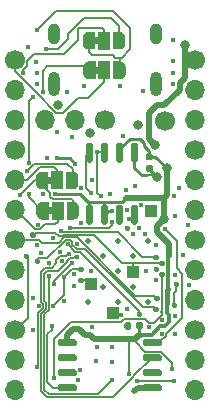
<source format=gbr>
%TF.GenerationSoftware,KiCad,Pcbnew,(5.1.6-0-10_14)*%
%TF.CreationDate,2022-02-28T20:49:00-06:00*%
%TF.ProjectId,Bonsai_C4,426f6e73-6169-45f4-9334-2e6b69636164,rev?*%
%TF.SameCoordinates,Original*%
%TF.FileFunction,Copper,L4,Bot*%
%TF.FilePolarity,Positive*%
%FSLAX46Y46*%
G04 Gerber Fmt 4.6, Leading zero omitted, Abs format (unit mm)*
G04 Created by KiCad (PCBNEW (5.1.6-0-10_14)) date 2022-02-28 20:49:00*
%MOMM*%
%LPD*%
G01*
G04 APERTURE LIST*
%TA.AperFunction,EtchedComponent*%
%ADD10C,0.100000*%
%TD*%
%TA.AperFunction,ComponentPad*%
%ADD11O,1.000000X2.100000*%
%TD*%
%TA.AperFunction,ComponentPad*%
%ADD12O,1.000000X1.800000*%
%TD*%
%TA.AperFunction,ViaPad*%
%ADD13C,0.500000*%
%TD*%
%TA.AperFunction,ViaPad*%
%ADD14C,0.400000*%
%TD*%
%TA.AperFunction,ComponentPad*%
%ADD15C,1.700000*%
%TD*%
%TA.AperFunction,ComponentPad*%
%ADD16O,1.700000X1.700000*%
%TD*%
%TA.AperFunction,SMDPad,CuDef*%
%ADD17C,0.100000*%
%TD*%
%TA.AperFunction,SMDPad,CuDef*%
%ADD18R,1.000000X1.500000*%
%TD*%
%TA.AperFunction,SMDPad,CuDef*%
%ADD19R,1.000000X1.000000*%
%TD*%
%TA.AperFunction,ViaPad*%
%ADD20C,0.800000*%
%TD*%
%TA.AperFunction,ViaPad*%
%ADD21C,0.450000*%
%TD*%
%TA.AperFunction,Conductor*%
%ADD22C,0.127000*%
%TD*%
%TA.AperFunction,Conductor*%
%ADD23C,0.220000*%
%TD*%
%TA.AperFunction,Conductor*%
%ADD24C,0.250000*%
%TD*%
%TA.AperFunction,Conductor*%
%ADD25C,0.500000*%
%TD*%
%TA.AperFunction,Conductor*%
%ADD26C,0.380000*%
%TD*%
%TA.AperFunction,Conductor*%
%ADD27C,0.450000*%
%TD*%
%TA.AperFunction,Conductor*%
%ADD28C,0.300000*%
%TD*%
G04 APERTURE END LIST*
D10*
%TO.C,JP4*%
G36*
X102710000Y-113050000D02*
G01*
X103210000Y-113050000D01*
X103210000Y-112450000D01*
X102710000Y-112450000D01*
X102710000Y-113050000D01*
G37*
%TO.C,JP3*%
G36*
X102670000Y-110480000D02*
G01*
X103170000Y-110480000D01*
X103170000Y-109880000D01*
X102670000Y-109880000D01*
X102670000Y-110480000D01*
G37*
%TO.C,JP1*%
G36*
X106629000Y-98643000D02*
G01*
X107129000Y-98643000D01*
X107129000Y-98043000D01*
X106629000Y-98043000D01*
X106629000Y-98643000D01*
G37*
%TO.C,JP2*%
G36*
X106673000Y-101153000D02*
G01*
X107173000Y-101153000D01*
X107173000Y-100553000D01*
X106673000Y-100553000D01*
X106673000Y-101153000D01*
G37*
%TD*%
D11*
%TO.P,J3,S*%
%TO.N,Net-(FB1-Pad1)*%
X111940000Y-101975000D03*
D12*
X111940000Y-97800000D03*
X103300000Y-97800000D03*
D11*
X103300000Y-101980000D03*
%TD*%
D13*
%TO.N,GND*%
%TO.C,U3*%
X106172000Y-120440000D03*
D14*
X106472000Y-117890000D03*
D13*
X106172000Y-115340000D03*
X107447000Y-119165000D03*
X107447000Y-116615000D03*
X108722000Y-120440000D03*
X108722000Y-117890000D03*
X108722000Y-115340000D03*
X109997000Y-119165000D03*
X109997000Y-116615000D03*
X111272000Y-120440000D03*
D14*
X111072000Y-117890000D03*
D13*
X111272000Y-115340000D03*
%TD*%
%TO.P,C13,2*%
%TO.N,GND*%
%TA.AperFunction,SMDPad,CuDef*%
G36*
G01*
X111197500Y-108860000D02*
X111542500Y-108860000D01*
G75*
G02*
X111690000Y-109007500I0J-147500D01*
G01*
X111690000Y-109302500D01*
G75*
G02*
X111542500Y-109450000I-147500J0D01*
G01*
X111197500Y-109450000D01*
G75*
G02*
X111050000Y-109302500I0J147500D01*
G01*
X111050000Y-109007500D01*
G75*
G02*
X111197500Y-108860000I147500J0D01*
G01*
G37*
%TD.AperFunction*%
%TO.P,C13,1*%
%TO.N,+3V3*%
%TA.AperFunction,SMDPad,CuDef*%
G36*
G01*
X111197500Y-107890000D02*
X111542500Y-107890000D01*
G75*
G02*
X111690000Y-108037500I0J-147500D01*
G01*
X111690000Y-108332500D01*
G75*
G02*
X111542500Y-108480000I-147500J0D01*
G01*
X111197500Y-108480000D01*
G75*
G02*
X111050000Y-108332500I0J147500D01*
G01*
X111050000Y-108037500D01*
G75*
G02*
X111197500Y-107890000I147500J0D01*
G01*
G37*
%TD.AperFunction*%
%TD*%
D15*
%TO.P,J4,1*%
%TO.N,/PD3*%
X100000000Y-100000000D03*
D16*
%TO.P,J4,2*%
%TO.N,/PD2*%
X100000000Y-102540000D03*
%TO.P,J4,3*%
%TO.N,GND*%
X100000000Y-105080000D03*
%TO.P,J4,6*%
%TO.N,/PD0*%
X100000000Y-112700000D03*
%TO.P,J4,5*%
%TO.N,/PD1*%
X100000000Y-110160000D03*
D15*
%TO.P,J4,4*%
%TO.N,GND*%
X100000000Y-107620000D03*
%TO.P,J4,10*%
%TO.N,/B10*%
X100000000Y-122860000D03*
D16*
%TO.P,J4,8*%
%TO.N,/B8*%
X100000000Y-117780000D03*
D15*
%TO.P,J4,7*%
%TO.N,/A4*%
X100000000Y-115240000D03*
D16*
%TO.P,J4,11*%
%TO.N,/A8*%
X100000000Y-125400000D03*
%TO.P,J4,12*%
%TO.N,/B0*%
X100000000Y-127940000D03*
%TO.P,J4,9*%
%TO.N,/A3*%
X100000000Y-120320000D03*
%TD*%
D15*
%TO.P,J5,1*%
%TO.N,+5V*%
X115240000Y-100000000D03*
D16*
%TO.P,J5,2*%
%TO.N,GND*%
X115240000Y-102540000D03*
%TO.P,J5,3*%
%TO.N,/DFU*%
X115240000Y-105080000D03*
%TO.P,J5,6*%
%TO.N,/A6*%
X115240000Y-112700000D03*
%TO.P,J5,5*%
%TO.N,/A7*%
X115240000Y-110160000D03*
D15*
%TO.P,J5,4*%
%TO.N,+3V3*%
X115240000Y-107620000D03*
%TO.P,J5,10*%
%TO.N,/B14*%
X115240000Y-122860000D03*
D16*
%TO.P,J5,8*%
%TO.N,/A1*%
X115240000Y-117780000D03*
D15*
%TO.P,J5,7*%
%TO.N,/A5*%
X115240000Y-115240000D03*
D16*
%TO.P,J5,11*%
%TO.N,/B15*%
X115240000Y-125400000D03*
%TO.P,J5,12*%
%TO.N,/B1*%
X115240000Y-127940000D03*
%TO.P,J5,9*%
%TO.N,/B13*%
X115240000Y-120320000D03*
%TD*%
%TO.P,J1,3*%
%TO.N,/D+*%
X102540000Y-105080000D03*
%TO.P,J1,2*%
%TO.N,/D-*%
X105080000Y-105080000D03*
D15*
%TO.P,J1,1*%
%TO.N,VBUS*%
X107620000Y-105080000D03*
%TD*%
%TO.P,J2,1*%
%TO.N,/A10_5V*%
X112680000Y-105120000D03*
%TD*%
%TA.AperFunction,SMDPad,CuDef*%
D17*
%TO.P,JP4,1*%
%TO.N,/B6*%
G36*
X102860000Y-113500000D02*
G01*
X102310000Y-113500000D01*
X102310000Y-113499398D01*
X102285466Y-113499398D01*
X102236635Y-113494588D01*
X102188510Y-113485016D01*
X102141555Y-113470772D01*
X102096222Y-113451995D01*
X102052949Y-113428864D01*
X102012150Y-113401604D01*
X101974221Y-113370476D01*
X101939524Y-113335779D01*
X101908396Y-113297850D01*
X101881136Y-113257051D01*
X101858005Y-113213778D01*
X101839228Y-113168445D01*
X101824984Y-113121490D01*
X101815412Y-113073365D01*
X101810602Y-113024534D01*
X101810602Y-113000000D01*
X101810000Y-113000000D01*
X101810000Y-112500000D01*
X101810602Y-112500000D01*
X101810602Y-112475466D01*
X101815412Y-112426635D01*
X101824984Y-112378510D01*
X101839228Y-112331555D01*
X101858005Y-112286222D01*
X101881136Y-112242949D01*
X101908396Y-112202150D01*
X101939524Y-112164221D01*
X101974221Y-112129524D01*
X102012150Y-112098396D01*
X102052949Y-112071136D01*
X102096222Y-112048005D01*
X102141555Y-112029228D01*
X102188510Y-112014984D01*
X102236635Y-112005412D01*
X102285466Y-112000602D01*
X102310000Y-112000602D01*
X102310000Y-112000000D01*
X102860000Y-112000000D01*
X102860000Y-113500000D01*
G37*
%TD.AperFunction*%
D18*
%TO.P,JP4,2*%
%TO.N,/PD0*%
X103610000Y-112750000D03*
%TA.AperFunction,SMDPad,CuDef*%
D17*
%TO.P,JP4,3*%
%TO.N,/B9*%
G36*
X104910000Y-112000602D02*
G01*
X104934534Y-112000602D01*
X104983365Y-112005412D01*
X105031490Y-112014984D01*
X105078445Y-112029228D01*
X105123778Y-112048005D01*
X105167051Y-112071136D01*
X105207850Y-112098396D01*
X105245779Y-112129524D01*
X105280476Y-112164221D01*
X105311604Y-112202150D01*
X105338864Y-112242949D01*
X105361995Y-112286222D01*
X105380772Y-112331555D01*
X105395016Y-112378510D01*
X105404588Y-112426635D01*
X105409398Y-112475466D01*
X105409398Y-112500000D01*
X105410000Y-112500000D01*
X105410000Y-113000000D01*
X105409398Y-113000000D01*
X105409398Y-113024534D01*
X105404588Y-113073365D01*
X105395016Y-113121490D01*
X105380772Y-113168445D01*
X105361995Y-113213778D01*
X105338864Y-113257051D01*
X105311604Y-113297850D01*
X105280476Y-113335779D01*
X105245779Y-113370476D01*
X105207850Y-113401604D01*
X105167051Y-113428864D01*
X105123778Y-113451995D01*
X105078445Y-113470772D01*
X105031490Y-113485016D01*
X104983365Y-113494588D01*
X104934534Y-113499398D01*
X104910000Y-113499398D01*
X104910000Y-113500000D01*
X104360000Y-113500000D01*
X104360000Y-112000000D01*
X104910000Y-112000000D01*
X104910000Y-112000602D01*
G37*
%TD.AperFunction*%
%TD*%
%TA.AperFunction,SMDPad,CuDef*%
%TO.P,JP3,1*%
%TO.N,/B9*%
G36*
X102820000Y-110930000D02*
G01*
X102270000Y-110930000D01*
X102270000Y-110929398D01*
X102245466Y-110929398D01*
X102196635Y-110924588D01*
X102148510Y-110915016D01*
X102101555Y-110900772D01*
X102056222Y-110881995D01*
X102012949Y-110858864D01*
X101972150Y-110831604D01*
X101934221Y-110800476D01*
X101899524Y-110765779D01*
X101868396Y-110727850D01*
X101841136Y-110687051D01*
X101818005Y-110643778D01*
X101799228Y-110598445D01*
X101784984Y-110551490D01*
X101775412Y-110503365D01*
X101770602Y-110454534D01*
X101770602Y-110430000D01*
X101770000Y-110430000D01*
X101770000Y-109930000D01*
X101770602Y-109930000D01*
X101770602Y-109905466D01*
X101775412Y-109856635D01*
X101784984Y-109808510D01*
X101799228Y-109761555D01*
X101818005Y-109716222D01*
X101841136Y-109672949D01*
X101868396Y-109632150D01*
X101899524Y-109594221D01*
X101934221Y-109559524D01*
X101972150Y-109528396D01*
X102012949Y-109501136D01*
X102056222Y-109478005D01*
X102101555Y-109459228D01*
X102148510Y-109444984D01*
X102196635Y-109435412D01*
X102245466Y-109430602D01*
X102270000Y-109430602D01*
X102270000Y-109430000D01*
X102820000Y-109430000D01*
X102820000Y-110930000D01*
G37*
%TD.AperFunction*%
D18*
%TO.P,JP3,2*%
%TO.N,/PD1*%
X103570000Y-110180000D03*
%TA.AperFunction,SMDPad,CuDef*%
D17*
%TO.P,JP3,3*%
%TO.N,/B6*%
G36*
X104870000Y-109430602D02*
G01*
X104894534Y-109430602D01*
X104943365Y-109435412D01*
X104991490Y-109444984D01*
X105038445Y-109459228D01*
X105083778Y-109478005D01*
X105127051Y-109501136D01*
X105167850Y-109528396D01*
X105205779Y-109559524D01*
X105240476Y-109594221D01*
X105271604Y-109632150D01*
X105298864Y-109672949D01*
X105321995Y-109716222D01*
X105340772Y-109761555D01*
X105355016Y-109808510D01*
X105364588Y-109856635D01*
X105369398Y-109905466D01*
X105369398Y-109930000D01*
X105370000Y-109930000D01*
X105370000Y-110430000D01*
X105369398Y-110430000D01*
X105369398Y-110454534D01*
X105364588Y-110503365D01*
X105355016Y-110551490D01*
X105340772Y-110598445D01*
X105321995Y-110643778D01*
X105298864Y-110687051D01*
X105271604Y-110727850D01*
X105240476Y-110765779D01*
X105205779Y-110800476D01*
X105167850Y-110831604D01*
X105127051Y-110858864D01*
X105083778Y-110881995D01*
X105038445Y-110900772D01*
X104991490Y-110915016D01*
X104943365Y-110924588D01*
X104894534Y-110929398D01*
X104870000Y-110929398D01*
X104870000Y-110930000D01*
X104320000Y-110930000D01*
X104320000Y-109430000D01*
X104870000Y-109430000D01*
X104870000Y-109430602D01*
G37*
%TD.AperFunction*%
%TD*%
D19*
%TO.P,J8,1*%
%TO.N,/VBUS_DET*%
X111500000Y-112730000D03*
%TD*%
%TA.AperFunction,SMDPad,CuDef*%
D17*
%TO.P,JP1,1*%
%TO.N,/A15*%
G36*
X106779000Y-99093000D02*
G01*
X106229000Y-99093000D01*
X106229000Y-99092398D01*
X106204466Y-99092398D01*
X106155635Y-99087588D01*
X106107510Y-99078016D01*
X106060555Y-99063772D01*
X106015222Y-99044995D01*
X105971949Y-99021864D01*
X105931150Y-98994604D01*
X105893221Y-98963476D01*
X105858524Y-98928779D01*
X105827396Y-98890850D01*
X105800136Y-98850051D01*
X105777005Y-98806778D01*
X105758228Y-98761445D01*
X105743984Y-98714490D01*
X105734412Y-98666365D01*
X105729602Y-98617534D01*
X105729602Y-98593000D01*
X105729000Y-98593000D01*
X105729000Y-98093000D01*
X105729602Y-98093000D01*
X105729602Y-98068466D01*
X105734412Y-98019635D01*
X105743984Y-97971510D01*
X105758228Y-97924555D01*
X105777005Y-97879222D01*
X105800136Y-97835949D01*
X105827396Y-97795150D01*
X105858524Y-97757221D01*
X105893221Y-97722524D01*
X105931150Y-97691396D01*
X105971949Y-97664136D01*
X106015222Y-97641005D01*
X106060555Y-97622228D01*
X106107510Y-97607984D01*
X106155635Y-97598412D01*
X106204466Y-97593602D01*
X106229000Y-97593602D01*
X106229000Y-97593000D01*
X106779000Y-97593000D01*
X106779000Y-99093000D01*
G37*
%TD.AperFunction*%
D18*
%TO.P,JP1,2*%
%TO.N,/PD2*%
X107529000Y-98343000D03*
%TA.AperFunction,SMDPad,CuDef*%
D17*
%TO.P,JP1,3*%
%TO.N,/B7*%
G36*
X108829000Y-97593602D02*
G01*
X108853534Y-97593602D01*
X108902365Y-97598412D01*
X108950490Y-97607984D01*
X108997445Y-97622228D01*
X109042778Y-97641005D01*
X109086051Y-97664136D01*
X109126850Y-97691396D01*
X109164779Y-97722524D01*
X109199476Y-97757221D01*
X109230604Y-97795150D01*
X109257864Y-97835949D01*
X109280995Y-97879222D01*
X109299772Y-97924555D01*
X109314016Y-97971510D01*
X109323588Y-98019635D01*
X109328398Y-98068466D01*
X109328398Y-98093000D01*
X109329000Y-98093000D01*
X109329000Y-98593000D01*
X109328398Y-98593000D01*
X109328398Y-98617534D01*
X109323588Y-98666365D01*
X109314016Y-98714490D01*
X109299772Y-98761445D01*
X109280995Y-98806778D01*
X109257864Y-98850051D01*
X109230604Y-98890850D01*
X109199476Y-98928779D01*
X109164779Y-98963476D01*
X109126850Y-98994604D01*
X109086051Y-99021864D01*
X109042778Y-99044995D01*
X108997445Y-99063772D01*
X108950490Y-99078016D01*
X108902365Y-99087588D01*
X108853534Y-99092398D01*
X108829000Y-99092398D01*
X108829000Y-99093000D01*
X108279000Y-99093000D01*
X108279000Y-97593000D01*
X108829000Y-97593000D01*
X108829000Y-97593602D01*
G37*
%TD.AperFunction*%
%TD*%
%TA.AperFunction,SMDPad,CuDef*%
%TO.P,JP2,1*%
%TO.N,/B7*%
G36*
X106823000Y-101603000D02*
G01*
X106273000Y-101603000D01*
X106273000Y-101602398D01*
X106248466Y-101602398D01*
X106199635Y-101597588D01*
X106151510Y-101588016D01*
X106104555Y-101573772D01*
X106059222Y-101554995D01*
X106015949Y-101531864D01*
X105975150Y-101504604D01*
X105937221Y-101473476D01*
X105902524Y-101438779D01*
X105871396Y-101400850D01*
X105844136Y-101360051D01*
X105821005Y-101316778D01*
X105802228Y-101271445D01*
X105787984Y-101224490D01*
X105778412Y-101176365D01*
X105773602Y-101127534D01*
X105773602Y-101103000D01*
X105773000Y-101103000D01*
X105773000Y-100603000D01*
X105773602Y-100603000D01*
X105773602Y-100578466D01*
X105778412Y-100529635D01*
X105787984Y-100481510D01*
X105802228Y-100434555D01*
X105821005Y-100389222D01*
X105844136Y-100345949D01*
X105871396Y-100305150D01*
X105902524Y-100267221D01*
X105937221Y-100232524D01*
X105975150Y-100201396D01*
X106015949Y-100174136D01*
X106059222Y-100151005D01*
X106104555Y-100132228D01*
X106151510Y-100117984D01*
X106199635Y-100108412D01*
X106248466Y-100103602D01*
X106273000Y-100103602D01*
X106273000Y-100103000D01*
X106823000Y-100103000D01*
X106823000Y-101603000D01*
G37*
%TD.AperFunction*%
D18*
%TO.P,JP2,2*%
%TO.N,/PD3*%
X107573000Y-100853000D03*
%TA.AperFunction,SMDPad,CuDef*%
D17*
%TO.P,JP2,3*%
%TO.N,/A15*%
G36*
X108873000Y-100103602D02*
G01*
X108897534Y-100103602D01*
X108946365Y-100108412D01*
X108994490Y-100117984D01*
X109041445Y-100132228D01*
X109086778Y-100151005D01*
X109130051Y-100174136D01*
X109170850Y-100201396D01*
X109208779Y-100232524D01*
X109243476Y-100267221D01*
X109274604Y-100305150D01*
X109301864Y-100345949D01*
X109324995Y-100389222D01*
X109343772Y-100434555D01*
X109358016Y-100481510D01*
X109367588Y-100529635D01*
X109372398Y-100578466D01*
X109372398Y-100603000D01*
X109373000Y-100603000D01*
X109373000Y-101103000D01*
X109372398Y-101103000D01*
X109372398Y-101127534D01*
X109367588Y-101176365D01*
X109358016Y-101224490D01*
X109343772Y-101271445D01*
X109324995Y-101316778D01*
X109301864Y-101360051D01*
X109274604Y-101400850D01*
X109243476Y-101438779D01*
X109208779Y-101473476D01*
X109170850Y-101504604D01*
X109130051Y-101531864D01*
X109086778Y-101554995D01*
X109041445Y-101573772D01*
X108994490Y-101588016D01*
X108946365Y-101597588D01*
X108897534Y-101602398D01*
X108873000Y-101602398D01*
X108873000Y-101603000D01*
X108323000Y-101603000D01*
X108323000Y-100103000D01*
X108873000Y-100103000D01*
X108873000Y-100103602D01*
G37*
%TD.AperFunction*%
%TD*%
%TO.P,U7,8*%
%TO.N,+3V3*%
%TA.AperFunction,SMDPad,CuDef*%
G36*
G01*
X106140000Y-112265000D02*
X106440000Y-112265000D01*
G75*
G02*
X106590000Y-112415000I0J-150000D01*
G01*
X106590000Y-113765000D01*
G75*
G02*
X106440000Y-113915000I-150000J0D01*
G01*
X106140000Y-113915000D01*
G75*
G02*
X105990000Y-113765000I0J150000D01*
G01*
X105990000Y-112415000D01*
G75*
G02*
X106140000Y-112265000I150000J0D01*
G01*
G37*
%TD.AperFunction*%
%TO.P,U7,7*%
%TA.AperFunction,SMDPad,CuDef*%
G36*
G01*
X107410000Y-112265000D02*
X107710000Y-112265000D01*
G75*
G02*
X107860000Y-112415000I0J-150000D01*
G01*
X107860000Y-113765000D01*
G75*
G02*
X107710000Y-113915000I-150000J0D01*
G01*
X107410000Y-113915000D01*
G75*
G02*
X107260000Y-113765000I0J150000D01*
G01*
X107260000Y-112415000D01*
G75*
G02*
X107410000Y-112265000I150000J0D01*
G01*
G37*
%TD.AperFunction*%
%TO.P,U7,6*%
%TO.N,/B3_SCK*%
%TA.AperFunction,SMDPad,CuDef*%
G36*
G01*
X108680000Y-112265000D02*
X108980000Y-112265000D01*
G75*
G02*
X109130000Y-112415000I0J-150000D01*
G01*
X109130000Y-113765000D01*
G75*
G02*
X108980000Y-113915000I-150000J0D01*
G01*
X108680000Y-113915000D01*
G75*
G02*
X108530000Y-113765000I0J150000D01*
G01*
X108530000Y-112415000D01*
G75*
G02*
X108680000Y-112265000I150000J0D01*
G01*
G37*
%TD.AperFunction*%
%TO.P,U7,5*%
%TO.N,/B5_MOSI*%
%TA.AperFunction,SMDPad,CuDef*%
G36*
G01*
X109950000Y-112265000D02*
X110250000Y-112265000D01*
G75*
G02*
X110400000Y-112415000I0J-150000D01*
G01*
X110400000Y-113765000D01*
G75*
G02*
X110250000Y-113915000I-150000J0D01*
G01*
X109950000Y-113915000D01*
G75*
G02*
X109800000Y-113765000I0J150000D01*
G01*
X109800000Y-112415000D01*
G75*
G02*
X109950000Y-112265000I150000J0D01*
G01*
G37*
%TD.AperFunction*%
%TO.P,U7,4*%
%TO.N,GND*%
%TA.AperFunction,SMDPad,CuDef*%
G36*
G01*
X109950000Y-107015000D02*
X110250000Y-107015000D01*
G75*
G02*
X110400000Y-107165000I0J-150000D01*
G01*
X110400000Y-108515000D01*
G75*
G02*
X110250000Y-108665000I-150000J0D01*
G01*
X109950000Y-108665000D01*
G75*
G02*
X109800000Y-108515000I0J150000D01*
G01*
X109800000Y-107165000D01*
G75*
G02*
X109950000Y-107015000I150000J0D01*
G01*
G37*
%TD.AperFunction*%
%TO.P,U7,3*%
%TO.N,+3V3*%
%TA.AperFunction,SMDPad,CuDef*%
G36*
G01*
X108680000Y-107015000D02*
X108980000Y-107015000D01*
G75*
G02*
X109130000Y-107165000I0J-150000D01*
G01*
X109130000Y-108515000D01*
G75*
G02*
X108980000Y-108665000I-150000J0D01*
G01*
X108680000Y-108665000D01*
G75*
G02*
X108530000Y-108515000I0J150000D01*
G01*
X108530000Y-107165000D01*
G75*
G02*
X108680000Y-107015000I150000J0D01*
G01*
G37*
%TD.AperFunction*%
%TO.P,U7,2*%
%TO.N,/B4_MISO*%
%TA.AperFunction,SMDPad,CuDef*%
G36*
G01*
X107410000Y-107015000D02*
X107710000Y-107015000D01*
G75*
G02*
X107860000Y-107165000I0J-150000D01*
G01*
X107860000Y-108515000D01*
G75*
G02*
X107710000Y-108665000I-150000J0D01*
G01*
X107410000Y-108665000D01*
G75*
G02*
X107260000Y-108515000I0J150000D01*
G01*
X107260000Y-107165000D01*
G75*
G02*
X107410000Y-107015000I150000J0D01*
G01*
G37*
%TD.AperFunction*%
%TO.P,U7,1*%
%TO.N,/A0_FRAM_CS*%
%TA.AperFunction,SMDPad,CuDef*%
G36*
G01*
X106140000Y-107015000D02*
X106440000Y-107015000D01*
G75*
G02*
X106590000Y-107165000I0J-150000D01*
G01*
X106590000Y-108515000D01*
G75*
G02*
X106440000Y-108665000I-150000J0D01*
G01*
X106140000Y-108665000D01*
G75*
G02*
X105990000Y-108515000I0J150000D01*
G01*
X105990000Y-107165000D01*
G75*
G02*
X106140000Y-107015000I150000J0D01*
G01*
G37*
%TD.AperFunction*%
%TD*%
%TO.P,U6,8*%
%TO.N,+3V3*%
%TA.AperFunction,SMDPad,CuDef*%
G36*
G01*
X105210000Y-123775000D02*
X105210000Y-124075000D01*
G75*
G02*
X105060000Y-124225000I-150000J0D01*
G01*
X103760000Y-124225000D01*
G75*
G02*
X103610000Y-124075000I0J150000D01*
G01*
X103610000Y-123775000D01*
G75*
G02*
X103760000Y-123625000I150000J0D01*
G01*
X105060000Y-123625000D01*
G75*
G02*
X105210000Y-123775000I0J-150000D01*
G01*
G37*
%TD.AperFunction*%
%TO.P,U6,7*%
%TO.N,Net-(U6-Pad7)*%
%TA.AperFunction,SMDPad,CuDef*%
G36*
G01*
X105210000Y-125045000D02*
X105210000Y-125345000D01*
G75*
G02*
X105060000Y-125495000I-150000J0D01*
G01*
X103760000Y-125495000D01*
G75*
G02*
X103610000Y-125345000I0J150000D01*
G01*
X103610000Y-125045000D01*
G75*
G02*
X103760000Y-124895000I150000J0D01*
G01*
X105060000Y-124895000D01*
G75*
G02*
X105210000Y-125045000I0J-150000D01*
G01*
G37*
%TD.AperFunction*%
%TO.P,U6,6*%
%TO.N,/B3_SCK*%
%TA.AperFunction,SMDPad,CuDef*%
G36*
G01*
X105210000Y-126315000D02*
X105210000Y-126615000D01*
G75*
G02*
X105060000Y-126765000I-150000J0D01*
G01*
X103760000Y-126765000D01*
G75*
G02*
X103610000Y-126615000I0J150000D01*
G01*
X103610000Y-126315000D01*
G75*
G02*
X103760000Y-126165000I150000J0D01*
G01*
X105060000Y-126165000D01*
G75*
G02*
X105210000Y-126315000I0J-150000D01*
G01*
G37*
%TD.AperFunction*%
%TO.P,U6,5*%
%TO.N,/B5_MOSI*%
%TA.AperFunction,SMDPad,CuDef*%
G36*
G01*
X105210000Y-127585000D02*
X105210000Y-127885000D01*
G75*
G02*
X105060000Y-128035000I-150000J0D01*
G01*
X103760000Y-128035000D01*
G75*
G02*
X103610000Y-127885000I0J150000D01*
G01*
X103610000Y-127585000D01*
G75*
G02*
X103760000Y-127435000I150000J0D01*
G01*
X105060000Y-127435000D01*
G75*
G02*
X105210000Y-127585000I0J-150000D01*
G01*
G37*
%TD.AperFunction*%
%TO.P,U6,4*%
%TO.N,GND*%
%TA.AperFunction,SMDPad,CuDef*%
G36*
G01*
X112410000Y-127585000D02*
X112410000Y-127885000D01*
G75*
G02*
X112260000Y-128035000I-150000J0D01*
G01*
X110960000Y-128035000D01*
G75*
G02*
X110810000Y-127885000I0J150000D01*
G01*
X110810000Y-127585000D01*
G75*
G02*
X110960000Y-127435000I150000J0D01*
G01*
X112260000Y-127435000D01*
G75*
G02*
X112410000Y-127585000I0J-150000D01*
G01*
G37*
%TD.AperFunction*%
%TO.P,U6,3*%
%TO.N,Net-(U6-Pad3)*%
%TA.AperFunction,SMDPad,CuDef*%
G36*
G01*
X112410000Y-126315000D02*
X112410000Y-126615000D01*
G75*
G02*
X112260000Y-126765000I-150000J0D01*
G01*
X110960000Y-126765000D01*
G75*
G02*
X110810000Y-126615000I0J150000D01*
G01*
X110810000Y-126315000D01*
G75*
G02*
X110960000Y-126165000I150000J0D01*
G01*
X112260000Y-126165000D01*
G75*
G02*
X112410000Y-126315000I0J-150000D01*
G01*
G37*
%TD.AperFunction*%
%TO.P,U6,2*%
%TO.N,/B4_MISO*%
%TA.AperFunction,SMDPad,CuDef*%
G36*
G01*
X112410000Y-125045000D02*
X112410000Y-125345000D01*
G75*
G02*
X112260000Y-125495000I-150000J0D01*
G01*
X110960000Y-125495000D01*
G75*
G02*
X110810000Y-125345000I0J150000D01*
G01*
X110810000Y-125045000D01*
G75*
G02*
X110960000Y-124895000I150000J0D01*
G01*
X112260000Y-124895000D01*
G75*
G02*
X112410000Y-125045000I0J-150000D01*
G01*
G37*
%TD.AperFunction*%
%TO.P,U6,1*%
%TO.N,/B12_FLASH_CS*%
%TA.AperFunction,SMDPad,CuDef*%
G36*
G01*
X112410000Y-123775000D02*
X112410000Y-124075000D01*
G75*
G02*
X112260000Y-124225000I-150000J0D01*
G01*
X110960000Y-124225000D01*
G75*
G02*
X110810000Y-124075000I0J150000D01*
G01*
X110810000Y-123775000D01*
G75*
G02*
X110960000Y-123625000I150000J0D01*
G01*
X112260000Y-123625000D01*
G75*
G02*
X112410000Y-123775000I0J-150000D01*
G01*
G37*
%TD.AperFunction*%
%TD*%
%TO.P,C5,2*%
%TO.N,GND*%
%TA.AperFunction,SMDPad,CuDef*%
G36*
G01*
X109850000Y-122317500D02*
X109850000Y-122662500D01*
G75*
G02*
X109702500Y-122810000I-147500J0D01*
G01*
X109407500Y-122810000D01*
G75*
G02*
X109260000Y-122662500I0J147500D01*
G01*
X109260000Y-122317500D01*
G75*
G02*
X109407500Y-122170000I147500J0D01*
G01*
X109702500Y-122170000D01*
G75*
G02*
X109850000Y-122317500I0J-147500D01*
G01*
G37*
%TD.AperFunction*%
%TO.P,C5,1*%
%TO.N,+3V3*%
%TA.AperFunction,SMDPad,CuDef*%
G36*
G01*
X110820000Y-122317500D02*
X110820000Y-122662500D01*
G75*
G02*
X110672500Y-122810000I-147500J0D01*
G01*
X110377500Y-122810000D01*
G75*
G02*
X110230000Y-122662500I0J147500D01*
G01*
X110230000Y-122317500D01*
G75*
G02*
X110377500Y-122170000I147500J0D01*
G01*
X110672500Y-122170000D01*
G75*
G02*
X110820000Y-122317500I0J-147500D01*
G01*
G37*
%TD.AperFunction*%
%TD*%
D19*
%TO.P,J15,1*%
%TO.N,/BOOT0*%
X106410000Y-118922000D03*
%TD*%
%TO.P,J16,1*%
%TO.N,/NRST*%
X108281000Y-121436000D03*
%TD*%
%TO.P,J14,1*%
%TO.N,/B2*%
X109995000Y-117938000D03*
%TD*%
D14*
%TO.N,GND*%
X113463000Y-111466000D03*
X101821000Y-102049000D03*
X113358000Y-100082000D03*
D20*
X106364000Y-106197000D03*
D14*
X109438000Y-122625000D03*
X109468000Y-121056000D03*
X105619000Y-110824000D03*
D21*
X102681784Y-108250856D03*
X113878955Y-110795454D03*
X114199761Y-116483619D03*
D14*
X101959000Y-113925000D03*
X113356000Y-102029000D03*
X111973168Y-115634990D03*
X103994000Y-116978000D03*
X112426990Y-123150000D03*
X106496761Y-122615239D03*
X106930000Y-124260000D03*
X106858000Y-125479000D03*
X108213000Y-125524000D03*
X104809000Y-106488000D03*
X103545000Y-106066000D03*
X110870000Y-102605000D03*
X104370000Y-102688000D03*
D20*
X103665309Y-103763691D03*
D14*
X102383010Y-111367990D03*
X101810000Y-100130000D03*
D20*
X112051988Y-109880000D03*
D14*
X108190000Y-124310000D03*
X105520000Y-126250000D03*
X105340000Y-127100000D03*
D21*
X103174436Y-115028510D03*
D14*
X104151137Y-120381137D03*
X101490000Y-120130000D03*
X105580000Y-113820000D03*
D21*
X110090000Y-128040000D03*
D14*
X111339084Y-122623084D03*
D20*
%TO.N,+5V*%
X114373000Y-98687000D03*
X111870000Y-107200000D03*
D21*
%TO.N,+3V3*%
X110400000Y-123368000D03*
D20*
X112636133Y-113460933D03*
D21*
X105398000Y-122757000D03*
D20*
X112830000Y-109130000D03*
D14*
X108188014Y-112750000D03*
X103353000Y-111368000D03*
X113290000Y-126140000D03*
D21*
X109612995Y-126607005D03*
D20*
%TO.N,Net-(D1-Pad2)*%
X110430000Y-105467000D03*
D21*
X108075768Y-111367469D03*
%TO.N,VBUS*%
X109120000Y-106420000D03*
X110142485Y-110625665D03*
D14*
%TO.N,/A3*%
X112459996Y-122030000D03*
%TO.N,Net-(J3-PadA5)*%
X113352000Y-101090000D03*
X108870000Y-102225000D03*
%TO.N,Net-(J3-PadB5)*%
X105870000Y-102225000D03*
X101821000Y-101079000D03*
%TO.N,/NRST*%
X108972000Y-121585000D03*
X113506737Y-123177344D03*
%TO.N,/BOOT0*%
X105589000Y-118638000D03*
X103818915Y-116250979D03*
%TO.N,/B0*%
X103280000Y-126890000D03*
X112411541Y-118130459D03*
%TO.N,/B1*%
X111899000Y-117640000D03*
%TO.N,/B2*%
X112405000Y-117141000D03*
X113443637Y-120733363D03*
X113611000Y-118916000D03*
X102160000Y-116314000D03*
X101500000Y-114790000D03*
%TO.N,/B7*%
X104989000Y-118140000D03*
X102350000Y-102670000D03*
D21*
X101140000Y-108670000D03*
D14*
X102580000Y-99030000D03*
X101490000Y-103110000D03*
%TO.N,/B6*%
X105574000Y-117640000D03*
X101024479Y-109410000D03*
D21*
X103227736Y-120790457D03*
D14*
X101150000Y-111339996D03*
X104108041Y-118386959D03*
%TO.N,/A10*%
X109480000Y-112660000D03*
X106500000Y-110110000D03*
%TO.N,/B13*%
X110971000Y-114706000D03*
%TO.N,/B9*%
X100410000Y-111440000D03*
%TO.N,/B15*%
X109971000Y-114705000D03*
%TO.N,/B8*%
X104992000Y-119139000D03*
%TO.N,/B14*%
X110471000Y-114180000D03*
%TO.N,/DFU*%
X114710243Y-119068635D03*
X113560000Y-113180020D03*
X114632509Y-113917501D03*
%TO.N,/B10*%
X111908000Y-116640000D03*
X100956000Y-116573000D03*
X103890000Y-114425020D03*
D21*
%TO.N,/A15*%
X101822000Y-97440000D03*
D14*
X105265808Y-115568672D03*
D21*
%TO.N,Net-(C12-Pad1)*%
X113359000Y-98304000D03*
X101081133Y-98877986D03*
X102841490Y-117148510D03*
X102911515Y-118302532D03*
D14*
X110330000Y-127170000D03*
D21*
X113430000Y-127170000D03*
D14*
X108220000Y-127090000D03*
%TO.N,/VBUS_DET*%
X111507000Y-112408000D03*
%TO.N,Net-(D3-Pad-)*%
X101504969Y-122852294D03*
X101823069Y-115659441D03*
D21*
%TO.N,Net-(D5-Pad1)*%
X103522000Y-108291000D03*
X105107000Y-108774000D03*
D14*
X110700000Y-112300000D03*
D21*
%TO.N,/A10_5V*%
X109420000Y-111030000D03*
D14*
%TO.N,/A8*%
X109471000Y-114209000D03*
X102021703Y-120780774D03*
%TO.N,/A4*%
X111969000Y-120139000D03*
%TO.N,/A6*%
X113506000Y-118201000D03*
%TO.N,/A7*%
X111903959Y-118651041D03*
%TO.N,/A0_FRAM_CS*%
X108180000Y-113660000D03*
X106440000Y-111240000D03*
X104640000Y-114181958D03*
X104452012Y-115600000D03*
X110469959Y-121494041D03*
%TO.N,/B3_SCK*%
X104410000Y-126465000D03*
X101820468Y-125940000D03*
X108830000Y-113360000D03*
X104545926Y-116409567D03*
%TO.N,/B4_MISO*%
X106940000Y-107770000D03*
X107260000Y-111530000D03*
X105284502Y-116639998D03*
D21*
%TO.N,/B12_FLASH_CS*%
X112692000Y-114284000D03*
%TO.N,/B5_MOSI*%
X103103000Y-122524000D03*
D14*
X109618712Y-113412783D03*
X104813161Y-117167550D03*
D21*
X103320000Y-118980000D03*
D14*
%TO.N,Net-(Q2-Pad6)*%
X101838000Y-116959000D03*
X111928000Y-121096000D03*
X113502001Y-121666000D03*
%TO.N,/PD2*%
X100650000Y-101060002D03*
%TD*%
D22*
%TO.N,GND*%
X111901988Y-109730000D02*
X112051988Y-109880000D01*
X111170000Y-109730000D02*
X111901988Y-109730000D01*
D23*
X110710000Y-109730000D02*
X111170000Y-109730000D01*
X110100000Y-109120000D02*
X110710000Y-109730000D01*
X110100000Y-107840000D02*
X110100000Y-109120000D01*
D24*
X111370000Y-109198012D02*
X112051988Y-109880000D01*
X111370000Y-109155000D02*
X111370000Y-109198012D01*
D25*
X110395000Y-127735000D02*
X110090000Y-128040000D01*
X111610000Y-127735000D02*
X110395000Y-127735000D01*
%TO.N,+5V*%
X112603001Y-103819999D02*
X112055999Y-103819999D01*
X113939999Y-102483001D02*
X112603001Y-103819999D01*
X111379999Y-106709999D02*
X111870000Y-107200000D01*
X111379999Y-104495999D02*
X111379999Y-106709999D01*
X113939999Y-101915999D02*
X113939999Y-102483001D01*
X112055999Y-103819999D02*
X111379999Y-104495999D01*
X114373000Y-101482998D02*
X113939999Y-101915999D01*
X114373000Y-98687000D02*
X114373000Y-101482998D01*
%TO.N,+3V3*%
X110375000Y-123393000D02*
X110400000Y-123368000D01*
X112636133Y-111641133D02*
X112636133Y-113460933D01*
X112636133Y-113460933D02*
X112579067Y-113460933D01*
X112579067Y-113460933D02*
X112012000Y-114028000D01*
X112012000Y-114028000D02*
X112012000Y-114539000D01*
X113065000Y-115592000D02*
X113065000Y-116589000D01*
X112012000Y-114539000D02*
X113065000Y-115592000D01*
X109402867Y-111641133D02*
X112636133Y-111641133D01*
D26*
X112983999Y-119379999D02*
X112983999Y-116670001D01*
X112983999Y-116670001D02*
X113065000Y-116589000D01*
D27*
X112983999Y-119379999D02*
X112877020Y-119486978D01*
X112877020Y-119486978D02*
X112877020Y-120510128D01*
X112877020Y-120510128D02*
X112843628Y-120543520D01*
D25*
X105916000Y-123275000D02*
X105398000Y-122757000D01*
D24*
X106403000Y-111974000D02*
X106144000Y-111974000D01*
D25*
X112636133Y-111641133D02*
X112880001Y-111397265D01*
X112880001Y-111397265D02*
X112880001Y-109451031D01*
D24*
X109070000Y-111974000D02*
X109402867Y-111641133D01*
D23*
X108830000Y-107510000D02*
X108830000Y-107840000D01*
X109700000Y-106640000D02*
X108830000Y-107510000D01*
X110540000Y-106640000D02*
X109700000Y-106640000D01*
X110890000Y-106990000D02*
X110540000Y-106640000D01*
X111170000Y-107505156D02*
X110890000Y-107225156D01*
X110890000Y-107225156D02*
X110890000Y-106990000D01*
D25*
X105916000Y-123275000D02*
X106355000Y-123275000D01*
X110177990Y-123590010D02*
X110400000Y-123368000D01*
X106355000Y-123275000D02*
X106670010Y-123590010D01*
X106670010Y-123590010D02*
X107439990Y-123590010D01*
X109629990Y-123590010D02*
X110177990Y-123590010D01*
X107439990Y-123590010D02*
X109629990Y-123590010D01*
X104410000Y-123925000D02*
X104410000Y-123290000D01*
X104943000Y-122757000D02*
X105398000Y-122757000D01*
X104410000Y-123290000D02*
X104943000Y-122757000D01*
D24*
X110525000Y-123243000D02*
X110400000Y-123368000D01*
X110525000Y-122490000D02*
X110525000Y-123243000D01*
X106290000Y-112120000D02*
X106144000Y-111974000D01*
X106290000Y-113090000D02*
X106290000Y-112120000D01*
X107560000Y-113090000D02*
X107560000Y-112020000D01*
X107560000Y-112020000D02*
X107606000Y-111974000D01*
X107606000Y-111974000D02*
X109070000Y-111974000D01*
X106144000Y-111974000D02*
X107606000Y-111974000D01*
X111885000Y-108185000D02*
X112830000Y-109130000D01*
X111370000Y-108185000D02*
X111885000Y-108185000D01*
X111370000Y-107705156D02*
X111170000Y-107505156D01*
X111370000Y-108185000D02*
X111370000Y-107705156D01*
X107560000Y-113090000D02*
X107900000Y-112750000D01*
X107900000Y-112750000D02*
X108188014Y-112750000D01*
X103361000Y-111360000D02*
X103353000Y-111368000D01*
X105530000Y-111360000D02*
X103361000Y-111360000D01*
X106144000Y-111974000D02*
X105530000Y-111360000D01*
D22*
X112340844Y-124668002D02*
X113290000Y-125617158D01*
X110177990Y-123590010D02*
X110177990Y-123807072D01*
X110177990Y-123807072D02*
X111038920Y-124668002D01*
X113290000Y-125617158D02*
X113290000Y-126140000D01*
X111038920Y-124668002D02*
X112340844Y-124668002D01*
D25*
X110400000Y-123368000D02*
X110543010Y-123224990D01*
D28*
X113040001Y-121583999D02*
X112877020Y-121421018D01*
X110543010Y-123224990D02*
X111589010Y-123224990D01*
X112716001Y-122530001D02*
X113040001Y-122206001D01*
X113040001Y-122206001D02*
X113040001Y-121583999D01*
X112877020Y-121421018D02*
X112877020Y-120510128D01*
X112283999Y-122530001D02*
X112716001Y-122530001D01*
X111589010Y-123224990D02*
X112283999Y-122530001D01*
D22*
X109629990Y-126590010D02*
X109612995Y-126607005D01*
X109629990Y-123590010D02*
X109629990Y-126590010D01*
%TO.N,/NRST*%
X108430000Y-121585000D02*
X108281000Y-121436000D01*
X108972000Y-121585000D02*
X108430000Y-121585000D01*
D27*
%TO.N,/BOOT0*%
X105589000Y-118638000D02*
X105508000Y-118638000D01*
D22*
X106126000Y-118638000D02*
X106410000Y-118922000D01*
X105589000Y-118638000D02*
X106126000Y-118638000D01*
%TO.N,/B0*%
X104703510Y-122176490D02*
X103280000Y-123600000D01*
X103280000Y-123600000D02*
X103280000Y-126890000D01*
X108963510Y-122176490D02*
X108973510Y-122176490D01*
X108963510Y-122176490D02*
X104703510Y-122176490D01*
D27*
X112402000Y-118140000D02*
X112411541Y-118130459D01*
D22*
X112366510Y-121291490D02*
X112411541Y-121246459D01*
X112411541Y-118413301D02*
X112411541Y-118130459D01*
X112411541Y-121246459D02*
X112411541Y-118413301D01*
D27*
X112398000Y-118140000D02*
X112402000Y-118140000D01*
D22*
X111314490Y-122248509D02*
X111011491Y-121945510D01*
X112411541Y-121246459D02*
X112411541Y-121564088D01*
X111727120Y-122248509D02*
X111314490Y-122248509D01*
X109194490Y-121945510D02*
X108963510Y-122176490D01*
X112411541Y-121564088D02*
X111727120Y-122248509D01*
X111011491Y-121945510D02*
X109194490Y-121945510D01*
D27*
%TO.N,/B1*%
X111899000Y-117640000D02*
X111909000Y-117640000D01*
%TO.N,/B2*%
X113452885Y-120724115D02*
X113443637Y-120733363D01*
X113452885Y-120721885D02*
X113452885Y-120724115D01*
D22*
X113443637Y-120733363D02*
X113443637Y-119682363D01*
X113611000Y-119515000D02*
X113611000Y-118916000D01*
X113443637Y-119682363D02*
X113611000Y-119515000D01*
D27*
X113611000Y-118916000D02*
X113611000Y-118972000D01*
D22*
X109995000Y-117147000D02*
X110001000Y-117141000D01*
X109995000Y-117938000D02*
X109995000Y-117147000D01*
X112405000Y-117141000D02*
X110001000Y-117141000D01*
D27*
X112405000Y-117141000D02*
X112318000Y-117141000D01*
X101475000Y-114765000D02*
X101500000Y-114790000D01*
X101475000Y-114736000D02*
X101475000Y-114765000D01*
D22*
X106682212Y-114772478D02*
X104089468Y-114772478D01*
X103734496Y-114902478D02*
X103422019Y-114590001D01*
X109050734Y-117141000D02*
X106682212Y-114772478D01*
X101699999Y-114590001D02*
X101500000Y-114790000D01*
X103959467Y-114902479D02*
X103734496Y-114902478D01*
X104089468Y-114772478D02*
X103959467Y-114902479D01*
X110001000Y-117141000D02*
X109050734Y-117141000D01*
X103422019Y-114590001D02*
X101699999Y-114590001D01*
%TO.N,/B7*%
X106229000Y-100809000D02*
X106273000Y-100853000D01*
X102350000Y-100910000D02*
X102740000Y-100520000D01*
X105940000Y-100520000D02*
X106273000Y-100853000D01*
X102350000Y-102670000D02*
X102350000Y-100910000D01*
X104990000Y-100520000D02*
X105940000Y-100520000D01*
X102740000Y-100520000D02*
X104990000Y-100520000D01*
X108801000Y-98315000D02*
X108829000Y-98343000D01*
X106110000Y-100690000D02*
X106273000Y-100853000D01*
X105810000Y-96430000D02*
X104450000Y-97790000D01*
X108829000Y-97139000D02*
X108120000Y-96430000D01*
X108829000Y-98343000D02*
X108829000Y-97139000D01*
X104450000Y-97790000D02*
X104450000Y-98191187D01*
X104450000Y-98191187D02*
X103611187Y-99030000D01*
X108120000Y-96430000D02*
X105810000Y-96430000D01*
X103611187Y-99030000D02*
X102580000Y-99030000D01*
X101140000Y-103460000D02*
X101490000Y-103110000D01*
X101140000Y-108670000D02*
X101140000Y-103460000D01*
D27*
%TO.N,/B6*%
X105574000Y-117640000D02*
X105487000Y-117640000D01*
D22*
X105574000Y-117640000D02*
X104796000Y-117640000D01*
X104796000Y-117640000D02*
X104106000Y-118330000D01*
X104870000Y-110180000D02*
X104870000Y-109250000D01*
X101644479Y-108790000D02*
X101024479Y-109410000D01*
X104410000Y-108790000D02*
X101644479Y-108790000D01*
X104870000Y-109250000D02*
X104410000Y-108790000D01*
X104106000Y-119912193D02*
X103227736Y-120790457D01*
X104106000Y-118330000D02*
X104106000Y-119912193D01*
X102310000Y-112750000D02*
X101150000Y-111590000D01*
X101150000Y-111590000D02*
X101150000Y-111339996D01*
X104106000Y-118384918D02*
X104108041Y-118386959D01*
X104106000Y-118330000D02*
X104106000Y-118384918D01*
%TO.N,/B9*%
X101670000Y-110180000D02*
X100410000Y-111440000D01*
X102270000Y-110180000D02*
X101670000Y-110180000D01*
X104910000Y-111910000D02*
X104910000Y-112750000D01*
X104790000Y-111790000D02*
X104910000Y-111910000D01*
X103200000Y-111790000D02*
X104790000Y-111790000D01*
X102970000Y-111560000D02*
X103200000Y-111790000D01*
X102970000Y-111250000D02*
X102970000Y-111560000D01*
X102270000Y-110550000D02*
X102970000Y-111250000D01*
X102270000Y-110180000D02*
X102270000Y-110550000D01*
%TO.N,/B10*%
X110791991Y-116650009D02*
X111843325Y-116650009D01*
D27*
X111908000Y-116640000D02*
X111853334Y-116640000D01*
X100956000Y-116573000D02*
X100956000Y-116583000D01*
D22*
X101063501Y-120202992D02*
X101063501Y-121796499D01*
X101080999Y-119531368D02*
X101061660Y-119550707D01*
X101080999Y-116697999D02*
X101080999Y-119531368D01*
X100956000Y-116573000D02*
X101080999Y-116697999D01*
X101061660Y-119550707D02*
X101061661Y-120201152D01*
X101061661Y-120201152D02*
X101063501Y-120202992D01*
X101063501Y-121796499D02*
X100000000Y-122860000D01*
X104010448Y-114545468D02*
X103890000Y-114425020D01*
X108687450Y-114545468D02*
X104010448Y-114545468D01*
X110775982Y-116634000D02*
X108687450Y-114545468D01*
%TO.N,/A15*%
X108801000Y-100258000D02*
X108840000Y-100297000D01*
X108829000Y-100809000D02*
X108873000Y-100853000D01*
X108873000Y-100853000D02*
X108873000Y-99783000D01*
X106490000Y-99600000D02*
X106229000Y-99339000D01*
X108873000Y-99783000D02*
X108867498Y-99788502D01*
X108867498Y-99788502D02*
X108460000Y-99788502D01*
X106229000Y-99339000D02*
X106229000Y-98620010D01*
X108460000Y-99788502D02*
X108271498Y-99600000D01*
X108271498Y-99600000D02*
X106490000Y-99600000D01*
X108873000Y-99783000D02*
X109027000Y-99783000D01*
X109027000Y-99783000D02*
X109760000Y-99050000D01*
X109760000Y-97307000D02*
X108265000Y-95812000D01*
X109760000Y-99050000D02*
X109760000Y-97307000D01*
X108265000Y-95812000D02*
X103450000Y-95812000D01*
X103450000Y-95812000D02*
X101822000Y-97440000D01*
D24*
%TO.N,Net-(C12-Pad1)*%
X102854000Y-117221000D02*
X102854000Y-117161020D01*
X102854000Y-117161020D02*
X102841490Y-117148510D01*
D22*
X110330000Y-127170000D02*
X113430000Y-127170000D01*
X102460989Y-127889237D02*
X102834741Y-128262989D01*
X102839226Y-118374821D02*
X102839226Y-121143317D01*
X107047011Y-128262989D02*
X108220000Y-127090000D01*
X102839226Y-121143317D02*
X102460989Y-121521554D01*
X102911515Y-118302532D02*
X102839226Y-118374821D01*
X102834741Y-128262989D02*
X107047011Y-128262989D01*
X102460989Y-121521554D02*
X102460989Y-127889237D01*
D24*
%TO.N,Net-(D5-Pad1)*%
X104624000Y-108291000D02*
X105107000Y-108774000D01*
X103522000Y-108291000D02*
X104624000Y-108291000D01*
D27*
%TO.N,/A8*%
X109471000Y-114209000D02*
X109463000Y-114209000D01*
%TO.N,/A4*%
X112000000Y-120138000D02*
X111964269Y-120138000D01*
D22*
X103702988Y-115480000D02*
X104183500Y-114999488D01*
X102270000Y-115480000D02*
X103702988Y-115480000D01*
X111769001Y-119939001D02*
X111969000Y-120139000D01*
X110159019Y-119939001D02*
X111769001Y-119939001D01*
X100000000Y-115240000D02*
X102030000Y-115240000D01*
X104183500Y-114999488D02*
X105219506Y-114999488D01*
X102030000Y-115240000D02*
X102270000Y-115480000D01*
X105219506Y-114999488D02*
X110159019Y-119939001D01*
D27*
%TO.N,/A0_FRAM_CS*%
X110474000Y-121486000D02*
X110478000Y-121490000D01*
D22*
X105990000Y-110790000D02*
X106440000Y-111240000D01*
X106290000Y-107840000D02*
X105990000Y-108140000D01*
X105990000Y-108140000D02*
X105990000Y-110790000D01*
X104648042Y-114190000D02*
X104640000Y-114181958D01*
X108180000Y-113660000D02*
X108180000Y-113942842D01*
X108180000Y-113942842D02*
X107932842Y-114190000D01*
X107932842Y-114190000D02*
X104648042Y-114190000D01*
X110474000Y-121486000D02*
X110474000Y-121490000D01*
X105508760Y-116250000D02*
X110469959Y-121211199D01*
X110474000Y-121490000D02*
X110469959Y-121494041D01*
X104452012Y-115600000D02*
X105102012Y-116250000D01*
X105102012Y-116250000D02*
X105508760Y-116250000D01*
X110469959Y-121211199D02*
X110469959Y-121494041D01*
%TO.N,/B3_SCK*%
X108830000Y-113090000D02*
X108830000Y-113360000D01*
X103819519Y-116614499D02*
X104340994Y-116614499D01*
X102385204Y-120955255D02*
X102385204Y-120606293D01*
X101904999Y-125855469D02*
X101904999Y-121435460D01*
X103108237Y-117587011D02*
X103502018Y-117193230D01*
X102225540Y-120446629D02*
X102225540Y-117931226D01*
X102385204Y-120606293D02*
X102225540Y-120446629D01*
X103502018Y-117193230D02*
X103502018Y-116932000D01*
X101904999Y-121435460D02*
X102385204Y-120955255D01*
X104340994Y-116614499D02*
X104545926Y-116409567D01*
X102569755Y-117587011D02*
X103108237Y-117587011D01*
X101820468Y-125940000D02*
X101904999Y-125855469D01*
X102225540Y-117931226D02*
X102569755Y-117587011D01*
X103502018Y-116932000D02*
X103819519Y-116614499D01*
%TO.N,/B4_MISO*%
X107490000Y-107770000D02*
X107560000Y-107840000D01*
X106940000Y-107770000D02*
X107490000Y-107770000D01*
X106940000Y-111210000D02*
X107260000Y-111530000D01*
X106940000Y-107770000D02*
X106940000Y-111210000D01*
X104424900Y-116984694D02*
X104652485Y-116757109D01*
X104424900Y-117085082D02*
X104424900Y-116984694D01*
X104884549Y-116757109D02*
X105001660Y-116639998D01*
X102684496Y-117864022D02*
X103645960Y-117864022D01*
X102183978Y-128003978D02*
X102183978Y-121477523D01*
X102452551Y-120352592D02*
X102452551Y-118095967D01*
X110028501Y-126776499D02*
X110028501Y-126806481D01*
X102452551Y-118095967D02*
X102684496Y-117864022D01*
X110028501Y-126806481D02*
X108294983Y-128539999D01*
X102612215Y-120512256D02*
X102452551Y-120352592D01*
X104652485Y-116757109D02*
X104884549Y-116757109D01*
X105001660Y-116639998D02*
X105284502Y-116639998D01*
X102183978Y-121477523D02*
X102612215Y-121049286D01*
X108294983Y-128539999D02*
X102719999Y-128539999D01*
X102612215Y-121049286D02*
X102612215Y-120512256D01*
X103645960Y-117864022D02*
X104424900Y-117085082D01*
X102719999Y-128539999D02*
X102183978Y-128003978D01*
X111610000Y-125195000D02*
X110028501Y-126776499D01*
%TO.N,/B12_FLASH_CS*%
X113684501Y-115276501D02*
X112692000Y-114284000D01*
X113684501Y-117584519D02*
X113684501Y-115276501D01*
X114170000Y-118070018D02*
X113684501Y-117584519D01*
X112790491Y-123209509D02*
X114170000Y-121830000D01*
X112790491Y-123324481D02*
X112790491Y-123209509D01*
X112486499Y-123513501D02*
X112601471Y-123513501D01*
X112075000Y-123925000D02*
X112486499Y-123513501D01*
X111610000Y-123925000D02*
X112075000Y-123925000D01*
X114170000Y-121830000D02*
X114170000Y-118070018D01*
X112601471Y-123513501D02*
X112790491Y-123324481D01*
%TO.N,/B5_MOSI*%
X103103000Y-122524000D02*
X103103000Y-122822000D01*
X103103000Y-122822000D02*
X102738000Y-123187000D01*
X102738000Y-123187000D02*
X102738000Y-127254000D01*
X103219000Y-127735000D02*
X102738000Y-127254000D01*
X104410000Y-127735000D02*
X103219000Y-127735000D01*
X110100000Y-113090000D02*
X109777217Y-113412783D01*
X109777217Y-113412783D02*
X109618712Y-113412783D01*
X103320000Y-118660711D02*
X103320000Y-118980000D01*
X104813161Y-117167550D02*
X103320000Y-118660711D01*
D27*
%TO.N,Net-(Q2-Pad6)*%
X101838000Y-116959000D02*
X101838000Y-116963000D01*
X111928000Y-121096000D02*
X111879500Y-121047500D01*
D22*
X104819238Y-115636184D02*
X105206043Y-116022989D01*
X102037999Y-116759001D02*
X102745029Y-116759001D01*
X104819238Y-115419244D02*
X104819238Y-115636184D01*
X104626493Y-115226499D02*
X104819238Y-115419244D01*
X101838000Y-116959000D02*
X102037999Y-116759001D01*
X105921965Y-116022989D02*
X110794977Y-120896001D01*
X104277531Y-115226499D02*
X104626493Y-115226499D01*
X102745029Y-116759001D02*
X104277531Y-115226499D01*
X105206043Y-116022989D02*
X105921965Y-116022989D01*
X111728001Y-120896001D02*
X111928000Y-121096000D01*
X110794977Y-120896001D02*
X111728001Y-120896001D01*
%TO.N,/PD3*%
X100000000Y-100000000D02*
X100024565Y-100024565D01*
X100000000Y-100929016D02*
X100000000Y-100000000D01*
X101818502Y-102747518D02*
X100000000Y-100929016D01*
X103503982Y-104470000D02*
X101818502Y-102784520D01*
X105330000Y-103200000D02*
X104060000Y-104470000D01*
X101818502Y-102784520D02*
X101818502Y-102747518D01*
X106210000Y-103200000D02*
X105330000Y-103200000D01*
X104060000Y-104470000D02*
X103503982Y-104470000D01*
X107573000Y-101837000D02*
X106210000Y-103200000D01*
X107573000Y-100853000D02*
X107573000Y-101837000D01*
%TO.N,/PD2*%
X100391750Y-102540000D02*
X100195875Y-102344125D01*
X100650000Y-100849982D02*
X100650000Y-101060002D01*
X101013501Y-100486481D02*
X100650000Y-100849982D01*
X101620000Y-99500000D02*
X101013501Y-100106499D01*
X104111752Y-99500000D02*
X101620000Y-99500000D01*
X105336000Y-98275752D02*
X104111752Y-99500000D01*
X107358752Y-97295752D02*
X105336000Y-97295752D01*
X105336000Y-97295752D02*
X105336000Y-98275752D01*
X101013501Y-100106499D02*
X101013501Y-100486481D01*
X107529000Y-97466000D02*
X107358752Y-97295752D01*
X107529000Y-98343000D02*
X107529000Y-97466000D01*
%TO.N,/PD0*%
X100000000Y-112700000D02*
X100090000Y-112700000D01*
X100090000Y-112700000D02*
X101720000Y-114330000D01*
X101720000Y-114330000D02*
X102080000Y-114330000D01*
X102080000Y-114330000D02*
X102530000Y-113880000D01*
X102530000Y-113880000D02*
X103410000Y-113880000D01*
X103610000Y-113680000D02*
X103610000Y-112750000D01*
X103410000Y-113880000D02*
X103610000Y-113680000D01*
%TO.N,/PD1*%
X100000000Y-110160000D02*
X101034348Y-110160000D01*
X101034348Y-110160000D02*
X102127337Y-109067011D01*
X102127337Y-109067011D02*
X103334011Y-109067011D01*
X103334011Y-109067011D02*
X103570000Y-109303000D01*
X103570000Y-109303000D02*
X103570000Y-110180000D01*
%TD*%
M02*

</source>
